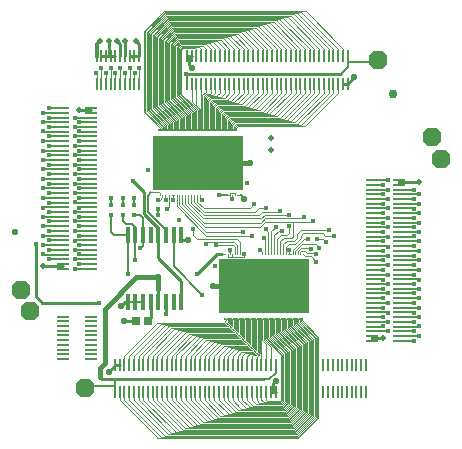
<source format=gbl>
G75*
%MOIN*%
%OFA0B0*%
%FSLAX24Y24*%
%IPPOS*%
%LPD*%
%AMOC8*
5,1,8,0,0,1.08239X$1,22.5*
%
%ADD10R,0.0170X0.0170*%
%ADD11OC8,0.0630*%
%ADD12R,0.3040X0.1840*%
%ADD13R,0.0020X0.0080*%
%ADD14R,0.0040X0.0080*%
%ADD15R,0.0137X0.0550*%
%ADD16R,0.0270X0.0300*%
%ADD17R,0.0449X0.0079*%
%ADD18R,0.0079X0.0449*%
%ADD19C,0.0220*%
%ADD20C,0.0100*%
%ADD21C,0.0160*%
%ADD22C,0.0060*%
%ADD23C,0.0160*%
%ADD24C,0.0040*%
%ADD25C,0.0200*%
%ADD26C,0.0300*%
%ADD27C,0.0020*%
%ADD28C,0.0120*%
%ADD29C,0.0190*%
D10*
X007260Y009475D03*
X007260Y009785D03*
X007640Y009785D03*
X007640Y009475D03*
X008020Y009475D03*
X008020Y009785D03*
X008825Y009670D03*
X009135Y009670D03*
X013805Y008670D03*
X014115Y008670D03*
D11*
X017960Y012050D03*
X018260Y011340D03*
X016150Y014620D03*
X004560Y006250D03*
X004260Y006960D03*
X006370Y003680D03*
D12*
X012360Y007090D03*
X010160Y011210D03*
D13*
X010180Y012290D03*
X010220Y012290D03*
X010260Y012290D03*
X010300Y012290D03*
X010340Y012290D03*
X010380Y012290D03*
X010420Y012290D03*
X010460Y012290D03*
X010500Y012290D03*
X010540Y012290D03*
X010580Y012290D03*
X010620Y012290D03*
X010660Y012290D03*
X010700Y012290D03*
X010740Y012290D03*
X010780Y012290D03*
X010820Y012290D03*
X010860Y012290D03*
X010900Y012290D03*
X010940Y012290D03*
X010980Y012290D03*
X011020Y012290D03*
X011060Y012290D03*
X011100Y012290D03*
X011140Y012290D03*
X011180Y012290D03*
X011220Y012290D03*
X011260Y012290D03*
X011300Y012290D03*
X011340Y012290D03*
X011380Y012290D03*
X011420Y012290D03*
X011460Y012290D03*
X010140Y012290D03*
X010100Y012290D03*
X010060Y012290D03*
X010020Y012290D03*
X009980Y012290D03*
X009940Y012290D03*
X009900Y012290D03*
X009860Y012290D03*
X009820Y012290D03*
X009780Y012290D03*
X009740Y012290D03*
X009700Y012290D03*
X009660Y012290D03*
X009620Y012290D03*
X009580Y012290D03*
X009540Y012290D03*
X009500Y012290D03*
X009460Y012290D03*
X009420Y012290D03*
X009380Y012290D03*
X009340Y012290D03*
X009300Y012290D03*
X009260Y012290D03*
X009220Y012290D03*
X009180Y012290D03*
X009140Y012290D03*
X009100Y012290D03*
X009060Y012290D03*
X009020Y012290D03*
X008980Y012290D03*
X008940Y012290D03*
X008900Y012290D03*
X008860Y012290D03*
X011060Y006010D03*
X011100Y006010D03*
X011140Y006010D03*
X011180Y006010D03*
X011220Y006010D03*
X011260Y006010D03*
X011300Y006010D03*
X011340Y006010D03*
X011380Y006010D03*
X011420Y006010D03*
X011460Y006010D03*
X011500Y006010D03*
X011540Y006010D03*
X011580Y006010D03*
X011620Y006010D03*
X011660Y006010D03*
X011700Y006010D03*
X011740Y006010D03*
X011780Y006010D03*
X011820Y006010D03*
X011860Y006010D03*
X011900Y006010D03*
X011940Y006010D03*
X011980Y006010D03*
X012020Y006010D03*
X012060Y006010D03*
X012100Y006010D03*
X012140Y006010D03*
X012180Y006010D03*
X012220Y006010D03*
X012260Y006010D03*
X012300Y006010D03*
X012340Y006010D03*
X012380Y006010D03*
X012420Y006010D03*
X012460Y006010D03*
X012500Y006010D03*
X012540Y006010D03*
X012580Y006010D03*
X012620Y006010D03*
X012660Y006010D03*
X012700Y006010D03*
X012740Y006010D03*
X012780Y006010D03*
X012820Y006010D03*
X012860Y006010D03*
X012900Y006010D03*
X012940Y006010D03*
X012980Y006010D03*
X013020Y006010D03*
X013060Y006010D03*
X013100Y006010D03*
X013140Y006010D03*
X013180Y006010D03*
X013220Y006010D03*
X013260Y006010D03*
X013300Y006010D03*
X013340Y006010D03*
X013380Y006010D03*
X013420Y006010D03*
X013460Y006010D03*
X013500Y006010D03*
X013540Y006010D03*
X013580Y006010D03*
X013620Y006010D03*
X013660Y006010D03*
D14*
X013640Y008170D03*
X013560Y008170D03*
X013480Y008170D03*
X013400Y008170D03*
X013320Y008170D03*
X013240Y008170D03*
X013160Y008170D03*
X013080Y008170D03*
X013000Y008170D03*
X012900Y008170D03*
X012800Y008170D03*
X012700Y008170D03*
X012600Y008170D03*
X012500Y008170D03*
X012400Y008170D03*
X012300Y008170D03*
X011540Y008170D03*
X011460Y008170D03*
X011380Y008170D03*
X011300Y008170D03*
X011220Y008170D03*
X011140Y008170D03*
X011060Y008170D03*
X011060Y010130D03*
X011140Y010130D03*
X011220Y010130D03*
X011300Y010130D03*
X011380Y010130D03*
X011460Y010130D03*
X010980Y010130D03*
X010220Y010130D03*
X010120Y010130D03*
X010020Y010130D03*
X009920Y010130D03*
X009820Y010130D03*
X009720Y010130D03*
X009620Y010130D03*
X009520Y010130D03*
X009440Y010130D03*
X009360Y010130D03*
X009280Y010130D03*
X009200Y010130D03*
X009120Y010130D03*
X009040Y010130D03*
X008960Y010130D03*
X008880Y010130D03*
D15*
X008827Y008782D03*
X009083Y008782D03*
X009338Y008782D03*
X009594Y008782D03*
X008571Y008782D03*
X008315Y008782D03*
X008059Y008782D03*
X007803Y008782D03*
X007803Y006562D03*
X008059Y006562D03*
X008315Y006562D03*
X008571Y006562D03*
X008827Y006562D03*
X009083Y006562D03*
X009338Y006562D03*
X009594Y006562D03*
D16*
X008490Y005930D03*
X008070Y005930D03*
D17*
X005659Y004661D03*
X005659Y004819D03*
X005659Y004976D03*
X005659Y005134D03*
X005659Y005291D03*
X005659Y005449D03*
X005659Y005606D03*
X005659Y005764D03*
X005659Y005921D03*
X005659Y006079D03*
X006580Y006079D03*
X006580Y005921D03*
X006580Y005764D03*
X006580Y005606D03*
X006580Y005449D03*
X006580Y005291D03*
X006580Y005134D03*
X006580Y004976D03*
X006580Y004819D03*
X006580Y004661D03*
X006580Y007673D03*
X006580Y007830D03*
X006580Y007988D03*
X006580Y008145D03*
X006580Y008303D03*
X006580Y008460D03*
X006580Y008618D03*
X006580Y008775D03*
X006580Y008933D03*
X006580Y009090D03*
X006580Y009248D03*
X006580Y009405D03*
X006580Y009563D03*
X006580Y009720D03*
X006580Y009878D03*
X006580Y010035D03*
X006580Y010193D03*
X006580Y010350D03*
X006580Y010507D03*
X006580Y010665D03*
X006580Y010822D03*
X006580Y010980D03*
X006580Y011137D03*
X006580Y011295D03*
X006580Y011452D03*
X006580Y011610D03*
X006580Y011767D03*
X006580Y011925D03*
X006580Y012082D03*
X006580Y012240D03*
X006580Y012397D03*
X006580Y012555D03*
X006580Y012712D03*
X006580Y012870D03*
X006580Y013027D03*
X005659Y013027D03*
X005659Y012870D03*
X005659Y012712D03*
X005659Y012555D03*
X005659Y012397D03*
X005659Y012240D03*
X005659Y012082D03*
X005659Y011925D03*
X005659Y011767D03*
X005659Y011610D03*
X005659Y011452D03*
X005659Y011295D03*
X005659Y011137D03*
X005659Y010980D03*
X005659Y010822D03*
X005659Y010665D03*
X005659Y010507D03*
X005659Y010350D03*
X005659Y010193D03*
X005659Y010035D03*
X005659Y009878D03*
X005659Y009720D03*
X005659Y009563D03*
X005659Y009405D03*
X005659Y009248D03*
X005659Y009090D03*
X005659Y008933D03*
X005659Y008775D03*
X005659Y008618D03*
X005659Y008460D03*
X005659Y008303D03*
X005659Y008145D03*
X005659Y007988D03*
X005659Y007830D03*
X005659Y007673D03*
X015939Y007635D03*
X015939Y007478D03*
X015939Y007320D03*
X015939Y007163D03*
X015939Y007005D03*
X015939Y006848D03*
X015939Y006690D03*
X015939Y006533D03*
X015939Y006375D03*
X015939Y006218D03*
X015939Y006060D03*
X015939Y005903D03*
X015939Y005745D03*
X015939Y005588D03*
X015939Y005430D03*
X015939Y005273D03*
X016860Y005273D03*
X016860Y005430D03*
X016860Y005588D03*
X016860Y005745D03*
X016860Y005903D03*
X016860Y006060D03*
X016860Y006218D03*
X016860Y006375D03*
X016860Y006533D03*
X016860Y006690D03*
X016860Y006848D03*
X016860Y007005D03*
X016860Y007163D03*
X016860Y007320D03*
X016860Y007478D03*
X016860Y007635D03*
X016860Y007793D03*
X016860Y007950D03*
X016860Y008107D03*
X016860Y008265D03*
X016860Y008422D03*
X016860Y008580D03*
X016860Y008737D03*
X016860Y008895D03*
X016860Y009052D03*
X016860Y009210D03*
X016860Y009367D03*
X016860Y009525D03*
X016860Y009682D03*
X016860Y009840D03*
X016860Y009997D03*
X016860Y010155D03*
X016860Y010312D03*
X016860Y010470D03*
X016860Y010627D03*
X015939Y010627D03*
X015939Y010470D03*
X015939Y010312D03*
X015939Y010155D03*
X015939Y009997D03*
X015939Y009840D03*
X015939Y009682D03*
X015939Y009525D03*
X015939Y009367D03*
X015939Y009210D03*
X015939Y009052D03*
X015939Y008895D03*
X015939Y008737D03*
X015939Y008580D03*
X015939Y008422D03*
X015939Y008265D03*
X015939Y008107D03*
X015939Y007950D03*
X015939Y007793D03*
D18*
X015748Y004471D03*
X015591Y004471D03*
X015433Y004471D03*
X015276Y004471D03*
X015118Y004471D03*
X014961Y004471D03*
X014803Y004471D03*
X014646Y004471D03*
X014488Y004471D03*
X014331Y004471D03*
X014331Y003549D03*
X014488Y003549D03*
X014646Y003549D03*
X014803Y003549D03*
X014961Y003549D03*
X015118Y003549D03*
X015276Y003549D03*
X015433Y003549D03*
X015591Y003549D03*
X015748Y003549D03*
X012737Y003549D03*
X012579Y003549D03*
X012422Y003549D03*
X012264Y003549D03*
X012107Y003549D03*
X011949Y003549D03*
X011792Y003549D03*
X011634Y003549D03*
X011477Y003549D03*
X011319Y003549D03*
X011162Y003549D03*
X011004Y003549D03*
X010847Y003549D03*
X010689Y003549D03*
X010532Y003549D03*
X010374Y003549D03*
X010217Y003549D03*
X010060Y003549D03*
X009902Y003549D03*
X009745Y003549D03*
X009587Y003549D03*
X009430Y003549D03*
X009272Y003549D03*
X009115Y003549D03*
X008957Y003549D03*
X008800Y003549D03*
X008642Y003549D03*
X008485Y003549D03*
X008327Y003549D03*
X008170Y003549D03*
X008012Y003549D03*
X007855Y003549D03*
X007697Y003549D03*
X007540Y003549D03*
X007382Y003549D03*
X007382Y004471D03*
X007540Y004471D03*
X007697Y004471D03*
X007855Y004471D03*
X008012Y004471D03*
X008170Y004471D03*
X008327Y004471D03*
X008485Y004471D03*
X008642Y004471D03*
X008800Y004471D03*
X008957Y004471D03*
X009115Y004471D03*
X009272Y004471D03*
X009430Y004471D03*
X009587Y004471D03*
X009745Y004471D03*
X009902Y004471D03*
X010060Y004471D03*
X010217Y004471D03*
X010374Y004471D03*
X010532Y004471D03*
X010689Y004471D03*
X010847Y004471D03*
X011004Y004471D03*
X011162Y004471D03*
X011319Y004471D03*
X011477Y004471D03*
X011634Y004471D03*
X011792Y004471D03*
X011949Y004471D03*
X012107Y004471D03*
X012264Y004471D03*
X012422Y004471D03*
X012579Y004471D03*
X012737Y004471D03*
X012774Y013829D03*
X012617Y013829D03*
X012460Y013829D03*
X012302Y013829D03*
X012145Y013829D03*
X011987Y013829D03*
X011830Y013829D03*
X011672Y013829D03*
X011515Y013829D03*
X011357Y013829D03*
X011200Y013829D03*
X011042Y013829D03*
X010885Y013829D03*
X010727Y013829D03*
X010570Y013829D03*
X010412Y013829D03*
X010255Y013829D03*
X010097Y013829D03*
X009940Y013829D03*
X009782Y013829D03*
X009782Y014751D03*
X009940Y014751D03*
X010097Y014751D03*
X010255Y014751D03*
X010412Y014751D03*
X010570Y014751D03*
X010727Y014751D03*
X010885Y014751D03*
X011042Y014751D03*
X011200Y014751D03*
X011357Y014751D03*
X011515Y014751D03*
X011672Y014751D03*
X011830Y014751D03*
X011987Y014751D03*
X012145Y014751D03*
X012302Y014751D03*
X012460Y014751D03*
X012617Y014751D03*
X012774Y014751D03*
X012932Y014751D03*
X013089Y014751D03*
X013247Y014751D03*
X013404Y014751D03*
X013562Y014751D03*
X013719Y014751D03*
X013877Y014751D03*
X014034Y014751D03*
X014192Y014751D03*
X014349Y014751D03*
X014507Y014751D03*
X014664Y014751D03*
X014822Y014751D03*
X014979Y014751D03*
X015137Y014751D03*
X015137Y013829D03*
X014979Y013829D03*
X014822Y013829D03*
X014664Y013829D03*
X014507Y013829D03*
X014349Y013829D03*
X014192Y013829D03*
X014034Y013829D03*
X013877Y013829D03*
X013719Y013829D03*
X013562Y013829D03*
X013404Y013829D03*
X013247Y013829D03*
X013089Y013829D03*
X012932Y013829D03*
X008188Y013829D03*
X008031Y013829D03*
X007873Y013829D03*
X007716Y013829D03*
X007558Y013829D03*
X007401Y013829D03*
X007243Y013829D03*
X007086Y013829D03*
X006928Y013829D03*
X006771Y013829D03*
X006771Y014751D03*
X006928Y014751D03*
X007086Y014751D03*
X007243Y014751D03*
X007401Y014751D03*
X007558Y014751D03*
X007716Y014751D03*
X007873Y014751D03*
X008031Y014751D03*
X008188Y014751D03*
D19*
X009960Y014370D03*
X011880Y011210D03*
X011700Y010010D03*
X009820Y008630D03*
X008820Y007390D03*
X007580Y006430D03*
X007680Y005930D03*
X007180Y004230D03*
X010640Y007090D03*
X012740Y003930D03*
X004040Y008890D03*
X015340Y014070D03*
D20*
X015137Y013829D01*
X014979Y013829D01*
X014920Y014170D02*
X009740Y014170D01*
X009960Y014370D02*
X009860Y014470D01*
X009860Y014670D01*
X009862Y014686D01*
X009866Y014701D01*
X009873Y014714D01*
X009883Y014727D01*
X009896Y014737D01*
X009909Y014744D01*
X009924Y014748D01*
X009940Y014750D01*
X009940Y014751D02*
X009782Y014751D01*
X008188Y014751D02*
X008180Y014759D01*
X008180Y015150D01*
X008080Y015250D01*
X007720Y015250D02*
X007720Y014754D01*
X007716Y014751D01*
X007560Y014752D02*
X007558Y014751D01*
X007560Y014752D02*
X007560Y015150D01*
X007460Y015250D01*
X007200Y015250D02*
X007200Y014751D01*
X007243Y014751D01*
X007401Y014751D01*
X007200Y014751D02*
X007086Y014751D01*
X006928Y014751D01*
X007873Y014751D02*
X008031Y014751D01*
X007966Y014751D01*
X007960Y014744D01*
X008031Y014751D02*
X008188Y014751D01*
X006580Y012950D02*
X006200Y012950D01*
X008000Y010590D02*
X008360Y010230D01*
X008360Y009510D01*
X008827Y009043D01*
X008827Y008782D01*
X008827Y008043D01*
X009600Y007270D01*
X009600Y006567D01*
X009594Y006562D01*
X009083Y006562D02*
X009083Y006153D01*
X009080Y006150D01*
X008827Y006562D02*
X008824Y006563D01*
X008821Y006566D01*
X008820Y006569D01*
X008820Y006990D01*
X008827Y007390D02*
X008820Y007390D01*
X008571Y006562D02*
X008571Y006071D01*
X008490Y005930D01*
X008070Y005930D02*
X007680Y005930D01*
X007580Y006430D02*
X007711Y006562D01*
X007803Y006562D01*
X007771Y006562D01*
X006840Y006530D02*
X004960Y006530D01*
X004740Y006750D01*
X004740Y008510D01*
X005000Y007770D02*
X005660Y007770D01*
X007382Y004471D02*
X007540Y004471D01*
X007382Y004471D02*
X007180Y004230D01*
X007360Y003990D02*
X006960Y003990D01*
X006880Y004070D01*
X007360Y003990D02*
X012360Y003990D01*
X012660Y003850D02*
X012660Y003549D01*
X012579Y003549D01*
X012660Y003549D02*
X012737Y003549D01*
X012660Y003850D02*
X012740Y003930D01*
X015939Y005350D02*
X016320Y005350D01*
X010960Y008170D02*
X010780Y008170D01*
X010120Y007510D01*
X009820Y008630D02*
X009594Y008630D01*
X009594Y008782D01*
X016860Y010550D02*
X017520Y010550D01*
D21*
X017340Y010310D03*
X017520Y010150D03*
X017340Y009990D03*
X017520Y009830D03*
X017340Y009670D03*
X017520Y009530D03*
X017340Y009370D03*
X017520Y009210D03*
X017340Y009050D03*
X017520Y008890D03*
X017340Y008750D03*
X017520Y008590D03*
X017340Y008430D03*
X017520Y008270D03*
X017340Y008110D03*
X017520Y007950D03*
X017340Y007790D03*
X017520Y007630D03*
X017340Y007470D03*
X017520Y007310D03*
X017340Y007170D03*
X017520Y007010D03*
X017340Y006850D03*
X017520Y006690D03*
X017340Y006530D03*
X017520Y006370D03*
X017340Y006210D03*
X017520Y006050D03*
X017340Y005890D03*
X017520Y005750D03*
X017340Y005590D03*
X017520Y005430D03*
X017340Y005270D03*
X016480Y005590D03*
X016320Y005750D03*
X016480Y005890D03*
X016320Y006050D03*
X016480Y006210D03*
X016320Y006370D03*
X016480Y006530D03*
X016320Y006690D03*
X016480Y006850D03*
X016320Y007010D03*
X016480Y007170D03*
X016320Y007310D03*
X016480Y007470D03*
X016320Y007630D03*
X016480Y007790D03*
X016320Y007950D03*
X016480Y008110D03*
X016320Y008270D03*
X016480Y008410D03*
X016320Y008590D03*
X016480Y008730D03*
X016320Y008890D03*
X016480Y009050D03*
X016320Y009210D03*
X016480Y009370D03*
X016320Y009530D03*
X016480Y009690D03*
X016320Y009830D03*
X016480Y009990D03*
X016320Y010150D03*
X016480Y010310D03*
X016320Y010470D03*
X016480Y010630D03*
X014520Y008950D03*
X014700Y008770D03*
X014420Y008570D03*
X014200Y008370D03*
X014080Y008170D03*
X013920Y008330D03*
X014100Y007910D03*
X013200Y008310D03*
X012960Y008930D03*
X012740Y009070D03*
X012420Y008990D03*
X012340Y008710D03*
X011960Y008750D03*
X011660Y008900D03*
X011220Y008310D03*
X010760Y008450D03*
X010420Y008490D03*
X009970Y008980D03*
X009520Y009300D03*
X008820Y009450D03*
X008820Y009970D03*
X009080Y009970D03*
X009320Y009970D03*
X010300Y009970D03*
X010840Y010130D03*
X011300Y009990D03*
X011800Y010530D03*
X012020Y009830D03*
X012420Y009710D03*
X012900Y009610D03*
X013200Y009470D03*
X013200Y009090D03*
X013700Y009410D03*
X014000Y009270D03*
X012220Y008310D03*
X011680Y008170D03*
X010720Y007770D03*
X010120Y007510D03*
X010300Y006790D03*
X009080Y006150D03*
X007820Y007510D03*
X008060Y007970D03*
X008220Y008350D03*
X008020Y010030D03*
X007640Y010030D03*
X007260Y010030D03*
X008000Y010590D03*
X008480Y010950D03*
X006200Y010990D03*
X006040Y011130D03*
X006200Y011290D03*
X006040Y011450D03*
X006200Y011610D03*
X006040Y011770D03*
X006200Y011930D03*
X006040Y012090D03*
X006200Y012250D03*
X006040Y012410D03*
X006200Y012550D03*
X006040Y012710D03*
X005180Y012710D03*
X005000Y012550D03*
X005180Y012410D03*
X005000Y012250D03*
X005180Y012090D03*
X005000Y011930D03*
X005180Y011770D03*
X005000Y011610D03*
X005180Y011450D03*
X005000Y011290D03*
X005180Y011130D03*
X005000Y010990D03*
X005180Y010830D03*
X005000Y010670D03*
X005180Y010510D03*
X005000Y010350D03*
X005180Y010190D03*
X005000Y010030D03*
X005180Y009870D03*
X005000Y009710D03*
X005180Y009550D03*
X005000Y009410D03*
X005180Y009250D03*
X005000Y009090D03*
X005180Y008930D03*
X005000Y008770D03*
X005180Y008630D03*
X005000Y008470D03*
X005180Y008310D03*
X005000Y008150D03*
X005180Y007990D03*
X004740Y008510D03*
X006040Y008610D03*
X006200Y008470D03*
X006040Y008310D03*
X006200Y008150D03*
X006040Y007990D03*
X006200Y007830D03*
X006040Y007670D03*
X006200Y008770D03*
X006040Y008930D03*
X006200Y009090D03*
X006040Y009250D03*
X006200Y009410D03*
X006040Y009570D03*
X006200Y009710D03*
X006040Y009890D03*
X006200Y010030D03*
X006040Y010190D03*
X006200Y010350D03*
X006040Y010510D03*
X006200Y010670D03*
X006040Y010830D03*
X005000Y012870D03*
X005180Y013030D03*
X006760Y014210D03*
X006920Y014350D03*
X007080Y014210D03*
X007240Y014350D03*
X007400Y014210D03*
X007560Y014350D03*
X007720Y014210D03*
X007880Y014350D03*
X008040Y014210D03*
X008200Y014350D03*
X009740Y014170D03*
X006840Y006530D03*
D22*
X007803Y006562D02*
X008059Y006562D01*
X008315Y006562D01*
X007820Y007510D02*
X007803Y007566D01*
X007803Y008782D01*
X007360Y008782D01*
X007260Y008882D01*
X007260Y009475D01*
X007260Y009785D02*
X007260Y010030D01*
X007640Y010030D02*
X007640Y009785D01*
X007640Y009475D02*
X007640Y009250D01*
X007740Y009150D01*
X007959Y009150D01*
X008059Y009050D01*
X008059Y008782D01*
X008059Y007991D01*
X008060Y007970D01*
X008220Y008350D02*
X008315Y008445D01*
X008315Y008782D01*
X008315Y009375D01*
X008215Y009475D01*
X008020Y009475D01*
X008020Y009785D02*
X008020Y010030D01*
X008480Y010110D02*
X008480Y009570D01*
X009083Y008967D01*
X009338Y008782D02*
X009338Y007751D01*
X010300Y006790D01*
X011220Y008230D02*
X011220Y008310D01*
X011300Y009990D02*
X011300Y010070D01*
X011140Y010130D02*
X011060Y010130D01*
X010980Y010130D01*
X010840Y010130D01*
X011560Y010130D02*
X011580Y010130D01*
X011700Y010010D01*
X008825Y009670D02*
X008820Y009670D01*
X008820Y009450D01*
X008480Y010110D02*
X008600Y010230D01*
X006580Y010193D02*
X006040Y010193D01*
X006040Y010190D01*
X006200Y010035D02*
X006580Y010035D01*
X006580Y009878D02*
X006040Y009878D01*
X006040Y009890D01*
X006200Y010030D02*
X006200Y010035D01*
X006200Y009720D02*
X006580Y009720D01*
X006580Y009563D02*
X006040Y009563D01*
X006040Y009570D01*
X006200Y009710D02*
X006200Y009720D01*
X006200Y009410D02*
X006200Y009405D01*
X006580Y009405D01*
X006580Y009248D02*
X006040Y009248D01*
X006040Y009250D01*
X006200Y009090D02*
X006580Y009090D01*
X006580Y008933D02*
X006040Y008933D01*
X006040Y008930D01*
X006200Y008775D02*
X006580Y008775D01*
X006580Y008618D02*
X006040Y008618D01*
X006040Y008610D01*
X006200Y008470D02*
X006200Y008460D01*
X006580Y008460D01*
X006580Y008303D02*
X006040Y008303D01*
X006040Y008310D01*
X006200Y008150D02*
X006200Y008145D01*
X006580Y008145D01*
X006580Y007988D02*
X006040Y007988D01*
X006040Y007990D01*
X006200Y007830D02*
X006580Y007830D01*
X006580Y007673D02*
X006040Y007673D01*
X006040Y007670D01*
X006200Y007830D02*
X006200Y007830D01*
X005659Y007830D02*
X005659Y007673D01*
X005659Y007770D02*
X005659Y007830D01*
X005660Y007770D02*
X005659Y007770D01*
X005659Y007988D02*
X005180Y007988D01*
X005180Y007990D01*
X005000Y008145D02*
X005659Y008145D01*
X005659Y008303D02*
X005180Y008303D01*
X005180Y008310D01*
X005000Y008460D02*
X005659Y008460D01*
X005659Y008618D02*
X005180Y008618D01*
X005180Y008630D01*
X005000Y008770D02*
X005000Y008775D01*
X005659Y008775D01*
X005659Y008933D02*
X005180Y008933D01*
X005180Y008930D01*
X005000Y009090D02*
X005000Y009090D01*
X005659Y009090D01*
X005659Y009248D02*
X005180Y009248D01*
X005180Y009250D01*
X005000Y009405D02*
X005659Y009405D01*
X005659Y009563D02*
X005180Y009563D01*
X005180Y009550D01*
X005000Y009410D02*
X005000Y009405D01*
X005000Y009710D02*
X005000Y009720D01*
X005659Y009720D01*
X005659Y009878D02*
X005180Y009878D01*
X005180Y009870D01*
X005000Y010030D02*
X005000Y010035D01*
X005659Y010035D01*
X005659Y010193D02*
X005180Y010193D01*
X005180Y010190D01*
X005000Y010350D02*
X005659Y010350D01*
X005659Y010507D02*
X005180Y010507D01*
X005180Y010510D01*
X005000Y010665D02*
X005659Y010665D01*
X005659Y010822D02*
X005180Y010822D01*
X005180Y010830D01*
X005000Y010980D02*
X005000Y010990D01*
X005000Y010980D02*
X005659Y010980D01*
X005659Y011137D02*
X005180Y011137D01*
X005180Y011130D01*
X005000Y011290D02*
X005000Y011295D01*
X005659Y011295D01*
X005659Y011452D02*
X005180Y011452D01*
X005180Y011450D01*
X005000Y011610D02*
X005659Y011610D01*
X005659Y011767D02*
X005180Y011767D01*
X005180Y011770D01*
X005000Y011925D02*
X005659Y011925D01*
X005659Y012082D02*
X005180Y012082D01*
X005180Y012090D01*
X005000Y012240D02*
X005659Y012240D01*
X005659Y012397D02*
X005180Y012397D01*
X005180Y012410D01*
X005000Y012550D02*
X005659Y012555D01*
X005659Y012550D01*
X005659Y012712D02*
X005180Y012710D01*
X005200Y012712D01*
X005000Y012870D02*
X005659Y012870D01*
X005659Y012870D01*
X005659Y013027D02*
X005180Y013027D01*
X005180Y013030D01*
X006040Y012712D02*
X006580Y012712D01*
X006580Y012710D01*
X006580Y012555D02*
X006200Y012555D01*
X006200Y012550D01*
X006040Y012410D02*
X006040Y012397D01*
X006580Y012397D01*
X006580Y012240D02*
X006200Y012240D01*
X006200Y012250D01*
X006040Y012090D02*
X006040Y012082D01*
X006580Y012082D01*
X006580Y011925D02*
X006200Y011925D01*
X006200Y011930D01*
X006040Y011770D02*
X006040Y011767D01*
X006580Y011767D01*
X006580Y011610D02*
X006200Y011610D01*
X006200Y011610D01*
X006040Y011452D02*
X006580Y011452D01*
X006580Y011295D02*
X006200Y011295D01*
X006200Y011290D01*
X006040Y011137D02*
X006580Y011137D01*
X006580Y010980D02*
X006200Y010980D01*
X006200Y010990D01*
X006040Y011130D02*
X006040Y011137D01*
X006040Y010830D02*
X006040Y010822D01*
X006580Y010822D01*
X006580Y010665D02*
X006200Y010665D01*
X006200Y010670D01*
X006040Y010510D02*
X006040Y010507D01*
X006580Y010507D01*
X006580Y010350D02*
X006200Y010350D01*
X006040Y011450D02*
X006040Y011452D01*
X005000Y011610D02*
X005000Y011610D01*
X005000Y011925D02*
X005000Y011930D01*
X005000Y012240D02*
X005000Y012250D01*
X006040Y012710D02*
X006040Y012712D01*
X006580Y012870D02*
X006580Y012950D01*
X006580Y013027D02*
X006580Y012870D01*
X005000Y010670D02*
X005000Y010665D01*
X006200Y009090D02*
X006200Y009090D01*
X006200Y008775D02*
X006200Y008770D01*
X005000Y008470D02*
X005000Y008460D01*
X005000Y008150D02*
X005000Y008145D01*
X007360Y003990D02*
X007382Y003990D01*
X007382Y003750D01*
X006370Y003750D01*
X006370Y003680D01*
X007382Y003750D02*
X007382Y003549D01*
X012360Y003990D02*
X012520Y003990D01*
X012737Y004207D01*
X012737Y004471D01*
X015939Y005273D02*
X015939Y005430D01*
X015939Y005350D01*
X015939Y005588D02*
X016480Y005588D01*
X016480Y005590D01*
X016320Y005745D02*
X016320Y005750D01*
X016320Y005745D02*
X015939Y005745D01*
X015939Y005903D02*
X016480Y005903D01*
X016480Y005890D01*
X016320Y006050D02*
X016320Y006060D01*
X015939Y006060D01*
X015939Y006218D02*
X016480Y006218D01*
X016480Y006210D01*
X016320Y006370D02*
X016320Y006375D01*
X015939Y006375D01*
X015939Y006533D02*
X016480Y006533D01*
X016480Y006530D01*
X016320Y006690D02*
X016320Y006690D01*
X015939Y006690D01*
X015939Y006848D02*
X016480Y006848D01*
X016480Y006850D01*
X016320Y007005D02*
X016320Y007010D01*
X016320Y007005D02*
X015939Y007005D01*
X015939Y007163D02*
X016480Y007163D01*
X016480Y007170D01*
X016320Y007310D02*
X016320Y007320D01*
X015939Y007320D01*
X015939Y007478D02*
X016480Y007478D01*
X016480Y007470D01*
X016320Y007630D02*
X016320Y007635D01*
X015939Y007635D01*
X015939Y007793D02*
X016480Y007793D01*
X016480Y007790D01*
X016320Y007950D02*
X015939Y007950D01*
X015939Y008107D02*
X016480Y008107D01*
X016480Y008110D01*
X016320Y008265D02*
X016320Y008270D01*
X016320Y008265D02*
X015939Y008265D01*
X015939Y008422D02*
X016480Y008422D01*
X016480Y008410D01*
X016320Y008580D02*
X016320Y008590D01*
X016320Y008580D02*
X015939Y008580D01*
X015939Y008737D02*
X016480Y008737D01*
X016480Y008730D01*
X016320Y008890D02*
X016320Y008895D01*
X015939Y008895D01*
X015939Y009052D02*
X016480Y009052D01*
X016480Y009050D01*
X016320Y009210D02*
X016320Y009210D01*
X015939Y009210D01*
X015939Y009367D02*
X016480Y009367D01*
X016480Y009370D01*
X016320Y009525D02*
X016320Y009530D01*
X016320Y009525D02*
X015939Y009525D01*
X015939Y009682D02*
X016480Y009682D01*
X016480Y009690D01*
X016320Y009830D02*
X016320Y009840D01*
X015939Y009840D01*
X015939Y009997D02*
X016480Y009997D01*
X016480Y009990D01*
X016320Y010150D02*
X016320Y010155D01*
X015939Y010155D01*
X015939Y010312D02*
X016480Y010312D01*
X016480Y010310D01*
X016320Y010470D02*
X015939Y010470D01*
X015939Y010627D02*
X016480Y010627D01*
X016480Y010630D01*
X016320Y010470D02*
X016320Y010470D01*
X016860Y010470D02*
X016860Y010550D01*
X016860Y010627D02*
X016860Y010470D01*
X016860Y010312D02*
X017340Y010312D01*
X017340Y010310D01*
X017520Y010155D02*
X016860Y010155D01*
X016860Y009997D02*
X017340Y009997D01*
X017340Y009990D01*
X017520Y009840D02*
X016860Y009840D01*
X016860Y009682D02*
X017340Y009682D01*
X017340Y009670D01*
X017520Y009530D02*
X017520Y009525D01*
X016860Y009525D01*
X016860Y009367D02*
X017340Y009367D01*
X017340Y009370D01*
X017520Y009210D02*
X017520Y009210D01*
X016860Y009210D01*
X016860Y009052D02*
X017340Y009052D01*
X017340Y009050D01*
X017520Y008895D02*
X016860Y008895D01*
X016860Y008737D02*
X017340Y008737D01*
X017340Y008750D01*
X017520Y008890D02*
X017520Y008895D01*
X017520Y008590D02*
X017520Y008580D01*
X016860Y008580D01*
X016860Y008422D02*
X017340Y008422D01*
X017340Y008430D01*
X017520Y008270D02*
X017520Y008265D01*
X016860Y008265D01*
X016860Y008107D02*
X017340Y008107D01*
X017340Y008110D01*
X017520Y007950D02*
X016860Y007950D01*
X016860Y007793D02*
X017340Y007793D01*
X017340Y007790D01*
X017520Y007635D02*
X016860Y007635D01*
X016860Y007478D02*
X017340Y007478D01*
X017340Y007470D01*
X017520Y007320D02*
X017520Y007310D01*
X017520Y007320D02*
X016860Y007320D01*
X016860Y007163D02*
X017340Y007163D01*
X017340Y007170D01*
X017520Y007010D02*
X017520Y007005D01*
X016860Y007005D01*
X016860Y006848D02*
X017340Y006848D01*
X017340Y006850D01*
X017520Y006690D02*
X016860Y006690D01*
X016860Y006533D02*
X017340Y006533D01*
X017340Y006530D01*
X017520Y006375D02*
X016860Y006375D01*
X016860Y006218D02*
X017340Y006218D01*
X017340Y006210D01*
X017520Y006060D02*
X016860Y006060D01*
X016860Y005903D02*
X017340Y005903D01*
X017340Y005890D01*
X017520Y005750D02*
X017520Y005745D01*
X016860Y005745D01*
X016860Y005588D02*
X017340Y005588D01*
X017340Y005590D01*
X017520Y005430D02*
X017520Y005430D01*
X016860Y005430D01*
X016860Y005273D02*
X017340Y005273D01*
X017340Y005270D01*
X017520Y006050D02*
X017520Y006060D01*
X017520Y006370D02*
X017520Y006375D01*
X017520Y006690D02*
X017520Y006690D01*
X017520Y007630D02*
X017520Y007635D01*
X017520Y009830D02*
X017520Y009840D01*
X017520Y010150D02*
X017520Y010155D01*
X014920Y014170D02*
X015137Y014387D01*
X015137Y014550D01*
X016150Y014550D01*
X016150Y014620D01*
X015137Y014550D02*
X015137Y014751D01*
X009782Y014127D02*
X009782Y013829D01*
X009782Y014127D02*
X009740Y014170D01*
D23*
X010160Y011210D02*
X011880Y011210D01*
X008827Y007390D02*
X008827Y006997D01*
X008826Y006994D01*
X008824Y006991D01*
X008820Y006990D01*
X008820Y007390D02*
X008086Y007390D01*
X007040Y006344D01*
X007040Y004530D01*
X006880Y004370D01*
X006880Y004070D01*
X010640Y007090D02*
X012360Y007090D01*
D24*
X012400Y008170D02*
X012400Y008710D01*
X012340Y008710D01*
X012500Y008910D02*
X012500Y008170D01*
X012600Y008170D02*
X012600Y008930D01*
X012740Y009070D01*
X012840Y008930D02*
X012700Y008790D01*
X012700Y008170D01*
X012800Y008170D02*
X012800Y008670D01*
X012920Y008790D01*
X013120Y008790D01*
X013200Y008870D01*
X013200Y009090D01*
X013320Y009230D02*
X012400Y009230D01*
X012220Y009050D01*
X010383Y009050D01*
X009620Y009814D01*
X009620Y010130D01*
X009720Y010130D02*
X009720Y009835D01*
X010344Y009210D01*
X012240Y009210D01*
X012380Y009350D01*
X013640Y009350D01*
X013700Y009410D01*
X013960Y009230D02*
X013970Y009231D01*
X013980Y009235D01*
X013988Y009242D01*
X013995Y009250D01*
X013999Y009260D01*
X014000Y009270D01*
X013960Y009230D02*
X013320Y009230D01*
X013320Y008750D01*
X013280Y008710D01*
X013020Y008710D01*
X012900Y008590D01*
X012900Y008170D01*
X013000Y008170D02*
X013000Y008490D01*
X013120Y008610D01*
X013360Y008610D01*
X013460Y008710D01*
X013460Y008830D01*
X013580Y008950D01*
X014520Y008950D01*
X014400Y008770D02*
X014700Y008770D01*
X014400Y008770D02*
X014320Y008850D01*
X013660Y008850D01*
X013580Y008770D01*
X013580Y008690D01*
X013400Y008510D01*
X013180Y008510D01*
X013080Y008410D01*
X013080Y008170D01*
X013160Y008170D02*
X013240Y008170D01*
X013200Y008170D01*
X013200Y008310D01*
X013320Y008310D02*
X013320Y008170D01*
X013400Y008170D02*
X013400Y008270D01*
X013620Y008490D01*
X014080Y008490D01*
X014200Y008370D01*
X014060Y008190D02*
X014080Y008170D01*
X014060Y008190D02*
X013800Y008190D01*
X013720Y008270D01*
X013600Y008270D01*
X013560Y008230D01*
X013560Y008170D01*
X013640Y008170D02*
X013720Y008090D01*
X013920Y008090D01*
X014100Y007910D01*
X013920Y008330D02*
X013900Y008350D01*
X013580Y008350D01*
X013480Y008250D01*
X013480Y008170D01*
X013320Y008310D02*
X013680Y008670D01*
X013805Y008670D01*
X014115Y008670D02*
X014320Y008670D01*
X014420Y008570D01*
X013200Y009470D02*
X012380Y009470D01*
X012260Y009350D01*
X010329Y009350D01*
X009820Y009860D01*
X009820Y010130D01*
X009920Y010130D02*
X009920Y009874D01*
X010344Y009450D01*
X012200Y009450D01*
X012300Y009550D01*
X012840Y009550D01*
X012900Y009610D01*
X012900Y009590D01*
X012420Y009710D02*
X012200Y009710D01*
X012060Y009570D01*
X010348Y009570D01*
X010020Y009898D01*
X010020Y010130D01*
X010120Y010130D02*
X010120Y009910D01*
X010340Y009690D01*
X011880Y009690D01*
X012020Y009830D01*
X012000Y009810D01*
X011560Y010130D02*
X011460Y010130D01*
X011380Y010130D02*
X011380Y010210D01*
X011220Y010210D01*
X011220Y010130D01*
X011220Y010110D01*
X011220Y010130D02*
X011140Y010130D01*
X011300Y010130D02*
X011300Y010070D01*
X010300Y009970D02*
X010220Y010050D01*
X010220Y010130D01*
X009520Y010130D02*
X009520Y009790D01*
X010410Y008900D01*
X011660Y008900D01*
X011940Y008770D02*
X010420Y008770D01*
X009440Y009750D01*
X009440Y010130D01*
X009360Y010130D02*
X009280Y010130D01*
X009320Y010130D01*
X009320Y009970D01*
X009200Y010130D02*
X009200Y009735D01*
X009135Y009670D01*
X009080Y009970D02*
X009040Y010010D01*
X009040Y010130D01*
X008960Y010130D02*
X008960Y010050D01*
X008880Y009970D01*
X008820Y009970D01*
X008880Y010130D02*
X008880Y010190D01*
X008840Y010230D01*
X008600Y010230D01*
X009970Y008980D02*
X009970Y008800D01*
X010120Y008650D01*
X011440Y008650D01*
X011540Y008550D01*
X011540Y008170D01*
X011460Y008170D02*
X011460Y008470D01*
X011360Y008570D01*
X010500Y008570D01*
X010420Y008490D01*
X010760Y008450D02*
X011320Y008450D01*
X011380Y008390D01*
X011380Y008170D01*
X011300Y008170D02*
X011300Y008070D01*
X011680Y008070D01*
X011680Y008170D01*
X011300Y008070D02*
X011140Y008070D01*
X011140Y008170D01*
X011220Y008170D02*
X011220Y008230D01*
X011060Y008170D02*
X010960Y008170D01*
X011940Y008770D02*
X011960Y008750D01*
X012220Y008310D02*
X012300Y008230D01*
X012300Y008170D01*
X012500Y008910D02*
X012420Y008990D01*
X012840Y008930D02*
X012960Y008930D01*
X009840Y005490D02*
X009115Y004765D01*
X009115Y004471D01*
X009272Y004471D02*
X009272Y004763D01*
X009960Y005450D01*
X010060Y005410D02*
X009430Y004780D01*
X009430Y004471D01*
X009587Y004471D02*
X009587Y004778D01*
X010180Y005370D01*
X010300Y005330D02*
X009745Y004775D01*
X009745Y004471D01*
X009902Y004471D02*
X009902Y004773D01*
X010420Y005290D01*
X010540Y005250D02*
X010060Y004770D01*
X010060Y004471D01*
X010217Y004471D02*
X010217Y004767D01*
X010660Y005210D01*
X010780Y005170D02*
X010374Y004765D01*
X010374Y004471D01*
X010532Y004471D02*
X010532Y004762D01*
X010900Y005130D01*
X011020Y005090D02*
X010689Y004760D01*
X010689Y004471D01*
X010847Y004471D02*
X010847Y004757D01*
X011140Y005050D01*
X011240Y005010D02*
X011004Y004775D01*
X011004Y004471D01*
X011162Y004471D02*
X011162Y004772D01*
X011360Y004970D01*
X011480Y004930D02*
X011319Y004770D01*
X011319Y004471D01*
X011477Y004471D02*
X011477Y004767D01*
X011600Y004890D01*
X011720Y004850D02*
X011634Y004765D01*
X011634Y004471D01*
X011792Y004471D02*
X011792Y004762D01*
X011840Y004810D01*
X011792Y003549D02*
X011792Y003298D01*
X011960Y003130D01*
X012080Y003170D02*
X011949Y003300D01*
X011949Y003549D01*
X012107Y003549D02*
X012107Y003303D01*
X012200Y003210D01*
X012264Y003305D02*
X012320Y003250D01*
X012264Y003305D02*
X012264Y003549D01*
X011840Y003090D02*
X011634Y003295D01*
X011634Y003549D01*
X011477Y003549D02*
X011477Y003293D01*
X011720Y003050D01*
X011600Y003010D02*
X011319Y003290D01*
X011319Y003549D01*
X011162Y003549D02*
X011162Y003308D01*
X011500Y002970D01*
X011380Y002930D02*
X011004Y003305D01*
X011004Y003549D01*
X010847Y003549D02*
X010847Y003303D01*
X011260Y002890D01*
X011140Y002850D02*
X010689Y003300D01*
X010689Y003549D01*
X010532Y003549D02*
X010532Y003298D01*
X011020Y002810D01*
X010900Y002770D02*
X010374Y003295D01*
X010374Y003549D01*
X010217Y003549D02*
X010217Y003293D01*
X010780Y002730D01*
X010660Y002690D02*
X010060Y003290D01*
X010060Y003549D01*
X009902Y003549D02*
X009902Y003307D01*
X010560Y002650D01*
X010440Y002610D02*
X009745Y003305D01*
X009745Y003549D01*
X009587Y003549D02*
X009587Y003302D01*
X010320Y002570D01*
X010200Y002530D02*
X009430Y003300D01*
X009430Y003549D01*
X009272Y003549D02*
X009272Y003297D01*
X010080Y002490D01*
X009960Y002450D02*
X009115Y003295D01*
X009115Y003549D01*
X008957Y003549D02*
X008957Y003292D01*
X009840Y002410D01*
X009720Y002370D02*
X008800Y003290D01*
X008800Y003549D01*
X008800Y003549D01*
X008642Y003549D02*
X008640Y003547D01*
X008640Y003310D01*
X009620Y002330D01*
X009500Y002290D02*
X008485Y003305D01*
X008485Y003549D01*
X008327Y003549D02*
X008327Y003302D01*
X009380Y002250D01*
X009260Y002210D02*
X008170Y003300D01*
X008170Y003549D01*
X008012Y003549D02*
X008012Y003297D01*
X009140Y002170D01*
X009020Y002130D02*
X007855Y003295D01*
X007855Y003549D01*
X007700Y003547D02*
X007697Y003549D01*
X007700Y003547D02*
X007700Y003290D01*
X008900Y002090D01*
X008780Y002050D02*
X007540Y003290D01*
X007540Y003549D01*
X007540Y003549D01*
X007697Y004471D02*
X007697Y004768D01*
X008780Y005850D01*
X008900Y005810D02*
X007855Y004765D01*
X007855Y004471D01*
X008012Y004471D02*
X008012Y004763D01*
X009020Y005770D01*
X009140Y005730D02*
X008170Y004760D01*
X008170Y004471D01*
X008327Y004471D02*
X008327Y004758D01*
X009260Y005690D01*
X009360Y005650D02*
X008485Y004775D01*
X008485Y004471D01*
X008642Y004471D02*
X008642Y004773D01*
X009480Y005610D01*
X009600Y005570D02*
X008800Y004770D01*
X008800Y004471D01*
X008957Y004471D02*
X008957Y004768D01*
X009720Y005530D01*
X009083Y008782D02*
X009083Y008967D01*
X012800Y012770D02*
X013562Y013532D01*
X013562Y013829D01*
X013719Y013829D02*
X013719Y013530D01*
X012920Y012730D01*
X013040Y012690D02*
X013877Y013527D01*
X013877Y013829D01*
X014034Y013829D02*
X014034Y013525D01*
X013160Y012650D01*
X013260Y012610D02*
X014192Y013542D01*
X014192Y013829D01*
X014349Y013829D02*
X014349Y013540D01*
X013380Y012570D01*
X013500Y012530D02*
X014507Y013537D01*
X014507Y013829D01*
X014664Y013829D02*
X014664Y013535D01*
X013620Y012490D01*
X013740Y012450D02*
X014822Y013532D01*
X014822Y013829D01*
X014822Y014751D02*
X014822Y015008D01*
X013620Y016210D01*
X013740Y016250D02*
X014980Y015010D01*
X014979Y015010D01*
X014979Y014751D01*
X014664Y014751D02*
X014664Y015005D01*
X013500Y016170D01*
X013380Y016130D02*
X014507Y015003D01*
X014507Y014751D01*
X014349Y014751D02*
X014349Y015000D01*
X013260Y016090D01*
X013140Y016050D02*
X014192Y014998D01*
X014192Y014751D01*
X014034Y014751D02*
X014034Y014995D01*
X013020Y016010D01*
X012900Y015970D02*
X013877Y014993D01*
X013877Y014751D01*
X013719Y014751D02*
X013719Y015010D01*
X013720Y015010D01*
X012800Y015930D01*
X012680Y015890D02*
X013562Y015008D01*
X013562Y014751D01*
X013404Y014751D02*
X013404Y015005D01*
X012560Y015850D01*
X012440Y015810D02*
X013247Y015003D01*
X013247Y014751D01*
X013089Y014751D02*
X013089Y015000D01*
X012320Y015770D01*
X012200Y015730D02*
X012932Y014998D01*
X012932Y014751D01*
X012774Y014751D02*
X012774Y014995D01*
X012080Y015690D01*
X011960Y015650D02*
X012617Y014993D01*
X012617Y014751D01*
X012460Y014751D02*
X012460Y015010D01*
X011860Y015610D01*
X011740Y015570D02*
X012302Y015007D01*
X012302Y014751D01*
X012145Y014751D02*
X012145Y015005D01*
X011620Y015530D01*
X011500Y015490D02*
X011987Y015002D01*
X011987Y014751D01*
X011830Y014751D02*
X011830Y015000D01*
X011380Y015450D01*
X011260Y015410D02*
X011672Y014997D01*
X011672Y014751D01*
X011515Y014751D02*
X011515Y014995D01*
X011140Y015370D01*
X011020Y015330D02*
X011357Y014992D01*
X011357Y014751D01*
X011200Y014751D02*
X011200Y015010D01*
X010920Y015290D01*
X010800Y015250D02*
X011042Y015007D01*
X011042Y014751D01*
X010885Y014751D02*
X010885Y015005D01*
X010680Y015210D01*
X010560Y015170D02*
X010727Y015002D01*
X010727Y014751D01*
X010570Y014751D02*
X010570Y015000D01*
X010440Y015130D01*
X010320Y015090D02*
X010412Y014997D01*
X010412Y014751D01*
X010255Y014751D02*
X010255Y014995D01*
X010200Y015050D01*
X010727Y013829D02*
X010727Y013538D01*
X010680Y013490D01*
X010800Y013450D02*
X010885Y013535D01*
X010885Y013829D01*
X011042Y013829D02*
X011042Y013533D01*
X010920Y013410D01*
X011040Y013370D02*
X011200Y013530D01*
X011200Y013829D01*
X011357Y013829D02*
X011357Y013528D01*
X011160Y013330D01*
X011280Y013290D02*
X011515Y013525D01*
X011515Y013829D01*
X011672Y013829D02*
X011672Y013543D01*
X011380Y013250D01*
X011500Y013210D02*
X011830Y013540D01*
X011830Y013829D01*
X011987Y013829D02*
X011987Y013538D01*
X011620Y013170D01*
X011740Y013130D02*
X012145Y013535D01*
X012145Y013829D01*
X012302Y013829D02*
X012302Y013533D01*
X011860Y013090D01*
X011980Y013050D02*
X012460Y013530D01*
X012460Y013829D01*
X012617Y013829D02*
X012617Y013527D01*
X012100Y013010D01*
X012220Y012970D02*
X012774Y013525D01*
X012774Y013829D01*
X012932Y013829D02*
X012932Y013522D01*
X012340Y012930D01*
X012460Y012890D02*
X013089Y013520D01*
X013089Y013829D01*
X013247Y013829D02*
X013247Y013537D01*
X012560Y012850D01*
X012680Y012810D02*
X013404Y013535D01*
X013404Y013829D01*
X008188Y013829D02*
X008188Y014339D01*
X008200Y014350D01*
X008040Y014210D02*
X008031Y014201D01*
X008031Y013829D01*
X007873Y013829D02*
X007873Y014344D01*
X007880Y014350D01*
X007720Y014210D02*
X007716Y014206D01*
X007716Y013829D01*
X007558Y013829D02*
X007558Y014349D01*
X007560Y014350D01*
X007401Y014209D02*
X007400Y014210D01*
X007401Y014209D02*
X007401Y013829D01*
X007243Y013829D02*
X007243Y014346D01*
X007240Y014350D01*
X007086Y014204D02*
X007080Y014210D01*
X007086Y014204D02*
X007086Y013829D01*
X006928Y013829D02*
X006928Y014341D01*
X006920Y014350D01*
X006771Y014199D02*
X006760Y014210D01*
X006771Y014199D02*
X006771Y013829D01*
D25*
X006200Y012950D03*
X006900Y015250D03*
X007200Y015250D03*
X008080Y015250D03*
X012600Y012030D03*
X012600Y011630D03*
X017520Y010550D03*
X016320Y005350D03*
X005000Y007770D03*
D26*
X016640Y013490D03*
D27*
X013740Y012450D02*
X013720Y012430D01*
X011500Y012430D01*
X011420Y012350D01*
X011420Y012290D01*
X011380Y012290D02*
X011380Y012390D01*
X011460Y012470D01*
X013600Y012470D01*
X013620Y012490D01*
X013500Y012530D02*
X013480Y012510D01*
X011420Y012510D01*
X011340Y012430D01*
X011340Y012290D01*
X011300Y012290D02*
X011300Y012470D01*
X011380Y012550D01*
X013360Y012550D01*
X013380Y012570D01*
X013260Y012610D02*
X013240Y012590D01*
X011340Y012590D01*
X011260Y012510D01*
X011260Y012290D01*
X011220Y012290D02*
X011220Y012550D01*
X011300Y012630D01*
X013140Y012630D01*
X013160Y012650D01*
X013040Y012690D02*
X013020Y012670D01*
X011260Y012670D01*
X011180Y012590D01*
X011180Y012290D01*
X011140Y012290D02*
X011140Y012630D01*
X011220Y012710D01*
X012900Y012710D01*
X012920Y012730D01*
X012800Y012770D02*
X012780Y012750D01*
X011180Y012750D01*
X011100Y012670D01*
X011100Y012290D01*
X011060Y012290D02*
X011060Y012710D01*
X011140Y012790D01*
X012660Y012790D01*
X012680Y012810D01*
X012560Y012850D02*
X012540Y012830D01*
X011100Y012830D01*
X011020Y012750D01*
X011020Y012290D01*
X010980Y012290D02*
X010980Y012790D01*
X011060Y012870D01*
X012440Y012870D01*
X012460Y012890D01*
X012340Y012930D02*
X012320Y012910D01*
X011020Y012910D01*
X010940Y012830D01*
X010940Y012290D01*
X010900Y012290D02*
X010900Y012870D01*
X010980Y012950D01*
X012200Y012950D01*
X012220Y012970D01*
X012100Y013010D02*
X012080Y012990D01*
X010940Y012990D01*
X010860Y012910D01*
X010860Y012290D01*
X010820Y012290D02*
X010820Y012950D01*
X010900Y013030D01*
X011960Y013030D01*
X011980Y013050D01*
X011860Y013090D02*
X011840Y013070D01*
X010860Y013070D01*
X010780Y012990D01*
X010780Y012290D01*
X010740Y012290D02*
X010740Y013030D01*
X010820Y013110D01*
X011720Y013110D01*
X011740Y013130D01*
X011620Y013170D02*
X011600Y013150D01*
X010780Y013150D01*
X010700Y013070D01*
X010700Y012290D01*
X010660Y012290D02*
X010660Y013110D01*
X010740Y013190D01*
X011480Y013190D01*
X011500Y013210D01*
X011380Y013250D02*
X011360Y013230D01*
X010700Y013230D01*
X010620Y013150D01*
X010620Y012290D01*
X010580Y012290D02*
X010580Y013190D01*
X010660Y013270D01*
X011260Y013270D01*
X011280Y013290D01*
X011160Y013330D02*
X011140Y013310D01*
X010620Y013310D01*
X010540Y013230D01*
X010540Y012290D01*
X010500Y012290D02*
X010500Y013270D01*
X010580Y013350D01*
X011020Y013350D01*
X011040Y013370D01*
X010920Y013410D02*
X010900Y013390D01*
X010540Y013390D01*
X010460Y013310D01*
X010460Y012290D01*
X010420Y012290D02*
X010420Y013350D01*
X010500Y013430D01*
X010780Y013430D01*
X010800Y013450D01*
X010680Y013490D02*
X010660Y013470D01*
X010460Y013470D01*
X010380Y013390D01*
X010380Y012290D01*
X010340Y012290D02*
X010340Y013430D01*
X010420Y013510D01*
X010540Y013510D01*
X010570Y013540D01*
X010570Y013829D01*
X010412Y013829D02*
X010412Y013563D01*
X010300Y013450D01*
X010300Y012290D01*
X010260Y012290D02*
X010260Y013829D01*
X010255Y013829D01*
X010412Y013829D02*
X010412Y013777D01*
X010420Y013770D01*
X010097Y013829D02*
X010097Y013132D01*
X010220Y013010D01*
X010220Y012290D01*
X010180Y012290D02*
X010180Y012990D01*
X009940Y013230D01*
X009940Y013829D01*
X009600Y013510D02*
X010140Y012970D01*
X010140Y012290D01*
X010100Y012290D02*
X010100Y012950D01*
X009560Y013490D01*
X009560Y015010D01*
X009620Y015070D01*
X010180Y015070D01*
X010200Y015050D01*
X010300Y015110D02*
X009600Y015110D01*
X009520Y015030D01*
X009520Y013470D01*
X010060Y012930D01*
X010060Y012290D01*
X010020Y012290D02*
X010020Y012910D01*
X009480Y013450D01*
X009480Y015050D01*
X009580Y015150D01*
X010420Y015150D01*
X010440Y015130D01*
X010540Y015190D02*
X010560Y015170D01*
X010540Y015190D02*
X009560Y015190D01*
X009440Y015070D01*
X009440Y013430D01*
X009980Y012890D01*
X009980Y012290D01*
X009940Y012290D02*
X009940Y012870D01*
X009400Y013410D01*
X009400Y015090D01*
X009540Y015230D01*
X010660Y015230D01*
X010680Y015210D01*
X010780Y015270D02*
X009520Y015270D01*
X009360Y015110D01*
X009360Y013390D01*
X009900Y012850D01*
X009900Y012290D01*
X009860Y012290D02*
X009860Y012830D01*
X009320Y013370D01*
X009320Y015130D01*
X009500Y015310D01*
X010900Y015310D01*
X010920Y015290D01*
X011000Y015350D02*
X009480Y015350D01*
X009280Y015150D01*
X009280Y013350D01*
X009820Y012810D01*
X009820Y012290D01*
X009780Y012290D02*
X009780Y012790D01*
X009240Y013330D01*
X009240Y015170D01*
X009460Y015390D01*
X011120Y015390D01*
X011140Y015370D01*
X011240Y015430D02*
X009440Y015430D01*
X009200Y015190D01*
X009200Y013310D01*
X009740Y012770D01*
X009740Y012290D01*
X009700Y012290D02*
X009700Y012750D01*
X009160Y013290D01*
X009160Y015210D01*
X009420Y015470D01*
X011360Y015470D01*
X011380Y015450D01*
X011480Y015510D02*
X009400Y015510D01*
X009120Y015230D01*
X009120Y013270D01*
X009660Y012730D01*
X009660Y012290D01*
X009620Y012290D02*
X009620Y012710D01*
X009080Y013250D01*
X009080Y015250D01*
X009380Y015550D01*
X011600Y015550D01*
X011620Y015530D01*
X011720Y015590D02*
X009360Y015590D01*
X009040Y015270D01*
X009040Y013230D01*
X009580Y012690D01*
X009580Y012290D01*
X009540Y012290D02*
X009540Y012670D01*
X009000Y013210D01*
X009000Y015290D01*
X009340Y015630D01*
X011840Y015630D01*
X011860Y015610D01*
X011940Y015670D02*
X009320Y015670D01*
X008960Y015310D01*
X008960Y013190D01*
X009500Y012650D01*
X009500Y012290D01*
X009460Y012290D02*
X009460Y012630D01*
X008920Y013170D01*
X008920Y015330D01*
X009300Y015710D01*
X012060Y015710D01*
X012080Y015690D01*
X012180Y015750D02*
X012200Y015730D01*
X012180Y015750D02*
X009280Y015750D01*
X008880Y015350D01*
X008880Y013150D01*
X009420Y012610D01*
X009420Y012290D01*
X009380Y012290D02*
X009380Y012590D01*
X008840Y013130D01*
X008840Y015370D01*
X009260Y015790D01*
X012300Y015790D01*
X012320Y015770D01*
X012420Y015830D02*
X009240Y015830D01*
X008800Y015390D01*
X008800Y013110D01*
X009340Y012570D01*
X009340Y012290D01*
X009300Y012290D02*
X009300Y012550D01*
X008760Y013090D01*
X008760Y015410D01*
X009220Y015870D01*
X012540Y015870D01*
X012560Y015850D01*
X012660Y015910D02*
X009200Y015910D01*
X008720Y015430D01*
X008720Y013070D01*
X009260Y012530D01*
X009260Y012290D01*
X009220Y012290D02*
X009220Y012510D01*
X008680Y013050D01*
X008680Y015450D01*
X009180Y015950D01*
X012780Y015950D01*
X012800Y015930D01*
X012880Y015990D02*
X009160Y015990D01*
X008640Y015470D01*
X008640Y013030D01*
X009180Y012490D01*
X009180Y012290D01*
X009140Y012290D02*
X009140Y012470D01*
X008600Y013010D01*
X008600Y015490D01*
X009140Y016030D01*
X013000Y016030D01*
X013020Y016010D01*
X013120Y016070D02*
X009120Y016070D01*
X008560Y015510D01*
X008560Y012990D01*
X009100Y012450D01*
X009100Y012290D01*
X009060Y012290D02*
X009060Y012430D01*
X008520Y012970D01*
X008520Y015530D01*
X009100Y016110D01*
X013240Y016110D01*
X013260Y016090D01*
X013360Y016150D02*
X009080Y016150D01*
X008480Y015550D01*
X008480Y012950D01*
X009020Y012410D01*
X009020Y012290D01*
X008980Y012290D02*
X008980Y012390D01*
X008440Y012930D01*
X008440Y015570D01*
X009060Y016190D01*
X013480Y016190D01*
X013500Y016170D01*
X013600Y016230D02*
X009040Y016230D01*
X008400Y015590D01*
X008400Y012910D01*
X008940Y012370D01*
X008940Y012290D01*
X008940Y012350D01*
X008900Y012350D02*
X008360Y012890D01*
X008360Y015610D01*
X009020Y016270D01*
X013720Y016270D01*
X013740Y016250D01*
X013620Y016210D02*
X013600Y016230D01*
X013380Y016130D02*
X013360Y016150D01*
X013140Y016050D02*
X013120Y016070D01*
X012900Y015970D02*
X012880Y015990D01*
X012680Y015890D02*
X012660Y015910D01*
X012440Y015810D02*
X012420Y015830D01*
X011960Y015650D02*
X011940Y015670D01*
X011740Y015570D02*
X011720Y015590D01*
X011500Y015490D02*
X011480Y015510D01*
X011260Y015410D02*
X011240Y015430D01*
X011020Y015330D02*
X011000Y015350D01*
X010800Y015250D02*
X010780Y015270D01*
X010320Y015090D02*
X010300Y015110D01*
X010097Y014992D02*
X010060Y015030D01*
X009640Y015030D01*
X009600Y014990D01*
X009600Y013510D01*
X008900Y012350D02*
X008900Y012290D01*
X006928Y013829D02*
X006920Y013829D01*
X006780Y014742D02*
X006771Y014751D01*
X010097Y014751D02*
X010097Y014992D01*
X011100Y006010D02*
X011100Y005950D01*
X011020Y005870D01*
X008800Y005870D01*
X008780Y005850D01*
X008900Y005810D02*
X008920Y005830D01*
X011060Y005830D01*
X011140Y005910D01*
X011140Y006010D01*
X011180Y006010D02*
X011180Y005870D01*
X011100Y005790D01*
X009040Y005790D01*
X009020Y005770D01*
X009140Y005730D02*
X009160Y005750D01*
X011140Y005750D01*
X011220Y005830D01*
X011220Y006010D01*
X011260Y006010D02*
X011260Y005790D01*
X011180Y005710D01*
X009280Y005710D01*
X009260Y005690D01*
X009360Y005650D02*
X009380Y005670D01*
X011220Y005670D01*
X011300Y005750D01*
X011300Y006010D01*
X011340Y006010D02*
X011340Y005710D01*
X011260Y005630D01*
X009500Y005630D01*
X009480Y005610D01*
X009600Y005570D02*
X009620Y005590D01*
X011300Y005590D01*
X011380Y005670D01*
X011380Y006010D01*
X011420Y006010D02*
X011420Y005630D01*
X011340Y005550D01*
X009740Y005550D01*
X009720Y005530D01*
X009840Y005490D02*
X009860Y005510D01*
X011380Y005510D01*
X011460Y005590D01*
X011460Y006010D01*
X011500Y006010D02*
X011500Y005550D01*
X011420Y005470D01*
X009980Y005470D01*
X009960Y005450D01*
X010060Y005410D02*
X010080Y005430D01*
X011460Y005430D01*
X011540Y005510D01*
X011540Y006010D01*
X011580Y006010D02*
X011580Y005470D01*
X011500Y005390D01*
X010200Y005390D01*
X010180Y005370D01*
X010300Y005330D02*
X010320Y005350D01*
X011540Y005350D01*
X011620Y005430D01*
X011620Y006010D01*
X011660Y006010D02*
X011660Y005390D01*
X011580Y005310D01*
X010440Y005310D01*
X010420Y005290D01*
X010540Y005250D02*
X010560Y005270D01*
X011620Y005270D01*
X011700Y005350D01*
X011700Y006010D01*
X011740Y006010D02*
X011740Y005310D01*
X011660Y005230D01*
X010680Y005230D01*
X010660Y005210D01*
X010780Y005170D02*
X010800Y005190D01*
X011700Y005190D01*
X011780Y005270D01*
X011780Y006010D01*
X011820Y006010D02*
X011820Y005230D01*
X011740Y005150D01*
X010920Y005150D01*
X010900Y005130D01*
X011020Y005090D02*
X011040Y005110D01*
X011780Y005110D01*
X011860Y005190D01*
X011860Y006010D01*
X011900Y006010D02*
X011900Y005150D01*
X011820Y005070D01*
X011160Y005070D01*
X011140Y005050D01*
X011240Y005010D02*
X011260Y005030D01*
X011860Y005030D01*
X011940Y005110D01*
X011940Y006010D01*
X011980Y006010D02*
X011980Y005070D01*
X011900Y004990D01*
X011380Y004990D01*
X011360Y004970D01*
X011480Y004930D02*
X011500Y004950D01*
X011940Y004950D01*
X012020Y005030D01*
X012020Y006010D01*
X012060Y006010D02*
X012060Y004990D01*
X011980Y004910D01*
X011620Y004910D01*
X011600Y004890D01*
X011720Y004850D02*
X011740Y004870D01*
X012020Y004870D01*
X012100Y004950D01*
X012100Y006010D01*
X012140Y006010D02*
X012140Y004910D01*
X012060Y004830D01*
X011860Y004830D01*
X011840Y004810D01*
X011949Y004760D02*
X011980Y004790D01*
X012100Y004790D01*
X012180Y004870D01*
X012180Y006010D01*
X012220Y006010D02*
X012220Y004850D01*
X012107Y004737D01*
X012107Y004471D01*
X012260Y004471D02*
X012264Y004471D01*
X012260Y004471D02*
X012260Y006010D01*
X012300Y006010D02*
X012300Y005290D01*
X012420Y005170D01*
X012420Y004473D01*
X012422Y004471D01*
X012579Y004471D02*
X012580Y004471D01*
X012580Y005070D01*
X012340Y005310D01*
X012340Y006010D01*
X012380Y006010D02*
X012380Y005330D01*
X012920Y004790D01*
X012920Y003310D01*
X012880Y003270D01*
X012460Y003270D01*
X012422Y003308D01*
X012422Y003549D01*
X012320Y003250D02*
X012340Y003230D01*
X012900Y003230D01*
X012960Y003290D01*
X012960Y004810D01*
X012420Y005350D01*
X012420Y006010D01*
X012460Y006010D02*
X012460Y005370D01*
X013000Y004830D01*
X013000Y003270D01*
X012920Y003190D01*
X012220Y003190D01*
X012200Y003210D01*
X012100Y003150D02*
X012940Y003150D01*
X013040Y003250D01*
X013040Y004850D01*
X012500Y005390D01*
X012500Y006010D01*
X012540Y006010D02*
X012540Y005410D01*
X013080Y004870D01*
X013080Y003230D01*
X012960Y003110D01*
X011980Y003110D01*
X011960Y003130D01*
X011860Y003070D02*
X012980Y003070D01*
X013120Y003210D01*
X013120Y004890D01*
X012580Y005430D01*
X012580Y006010D01*
X012620Y006010D02*
X012620Y005450D01*
X013160Y004910D01*
X013160Y003190D01*
X013000Y003030D01*
X011740Y003030D01*
X011720Y003050D01*
X011620Y002990D02*
X013020Y002990D01*
X013200Y003170D01*
X013200Y004930D01*
X012660Y005470D01*
X012660Y006010D01*
X012700Y006010D02*
X012700Y005490D01*
X013240Y004950D01*
X013240Y003150D01*
X013040Y002950D01*
X011520Y002950D01*
X011500Y002970D01*
X011600Y003010D02*
X011620Y002990D01*
X011400Y002910D02*
X013060Y002910D01*
X013280Y003130D01*
X013280Y004970D01*
X012740Y005510D01*
X012740Y006010D01*
X012780Y006010D02*
X012780Y005530D01*
X013320Y004990D01*
X013320Y003110D01*
X013080Y002870D01*
X011280Y002870D01*
X011260Y002890D01*
X011160Y002830D02*
X013100Y002830D01*
X013360Y003090D01*
X013360Y005010D01*
X012820Y005550D01*
X012820Y006010D01*
X012860Y006010D02*
X012860Y005570D01*
X013400Y005030D01*
X013400Y003070D01*
X013120Y002790D01*
X011040Y002790D01*
X011020Y002810D01*
X010920Y002750D02*
X013140Y002750D01*
X013440Y003050D01*
X013440Y005050D01*
X012900Y005590D01*
X012900Y006010D01*
X012940Y006010D02*
X012940Y005610D01*
X013480Y005070D01*
X013480Y003030D01*
X013160Y002710D01*
X010800Y002710D01*
X010780Y002730D01*
X010680Y002670D02*
X013180Y002670D01*
X013520Y003010D01*
X013520Y005090D01*
X012980Y005630D01*
X012980Y006010D01*
X013020Y006010D02*
X013020Y005650D01*
X013560Y005110D01*
X013560Y002990D01*
X013200Y002630D01*
X010580Y002630D01*
X010560Y002650D01*
X010660Y002690D02*
X010680Y002670D01*
X010460Y002590D02*
X013220Y002590D01*
X013600Y002970D01*
X013600Y005130D01*
X013060Y005670D01*
X013060Y006010D01*
X013100Y006010D02*
X013100Y005690D01*
X013640Y005150D01*
X013640Y002950D01*
X013240Y002550D01*
X010340Y002550D01*
X010320Y002570D01*
X010220Y002510D02*
X010200Y002530D01*
X010220Y002510D02*
X013260Y002510D01*
X013680Y002930D01*
X013680Y005170D01*
X013140Y005710D01*
X013140Y006010D01*
X013180Y006010D02*
X013180Y005730D01*
X013720Y005190D01*
X013720Y002910D01*
X013280Y002470D01*
X010100Y002470D01*
X010080Y002490D01*
X009980Y002430D02*
X013300Y002430D01*
X013760Y002890D01*
X013760Y005210D01*
X013220Y005750D01*
X013220Y006010D01*
X013260Y006010D02*
X013260Y005770D01*
X013800Y005230D01*
X013800Y002870D01*
X013320Y002390D01*
X009860Y002390D01*
X009840Y002410D01*
X009740Y002350D02*
X009720Y002370D01*
X009740Y002350D02*
X013340Y002350D01*
X013840Y002850D01*
X013840Y005250D01*
X013300Y005790D01*
X013300Y006010D01*
X013340Y006010D02*
X013340Y005810D01*
X013880Y005270D01*
X013880Y002830D01*
X013360Y002310D01*
X009640Y002310D01*
X009620Y002330D01*
X009520Y002270D02*
X013380Y002270D01*
X013920Y002810D01*
X013920Y005290D01*
X013380Y005830D01*
X013380Y006010D01*
X013420Y006010D02*
X013420Y005850D01*
X013960Y005310D01*
X013960Y002790D01*
X013400Y002230D01*
X009400Y002230D01*
X009380Y002250D01*
X009280Y002190D02*
X009260Y002210D01*
X009280Y002190D02*
X013420Y002190D01*
X014000Y002770D01*
X014000Y005330D01*
X013460Y005870D01*
X013460Y006010D01*
X013500Y006010D02*
X013500Y005890D01*
X014040Y005350D01*
X014040Y002750D01*
X013440Y002150D01*
X009160Y002150D01*
X009140Y002170D01*
X009040Y002110D02*
X009020Y002130D01*
X009040Y002110D02*
X013460Y002110D01*
X014080Y002730D01*
X014080Y005370D01*
X013540Y005910D01*
X013540Y006010D01*
X013580Y006010D02*
X013580Y005930D01*
X014120Y005390D01*
X014120Y002710D01*
X013480Y002070D01*
X008920Y002070D01*
X008900Y002090D01*
X008800Y002030D02*
X008780Y002050D01*
X008800Y002030D02*
X013500Y002030D01*
X014160Y002690D01*
X014160Y005410D01*
X013620Y005950D01*
X013620Y006010D01*
X011949Y004760D02*
X011949Y004471D01*
X012080Y003170D02*
X012100Y003150D01*
X011860Y003070D02*
X011840Y003090D01*
X011400Y002910D02*
X011380Y002930D01*
X011160Y002830D02*
X011140Y002850D01*
X010920Y002750D02*
X010900Y002770D01*
X010460Y002590D02*
X010440Y002610D01*
X009980Y002430D02*
X009960Y002450D01*
X009520Y002270D02*
X009500Y002290D01*
D28*
X006780Y014742D02*
X006780Y015150D01*
X006880Y015250D01*
X006900Y015250D01*
D29*
X007460Y015250D03*
X007720Y015250D03*
M02*

</source>
